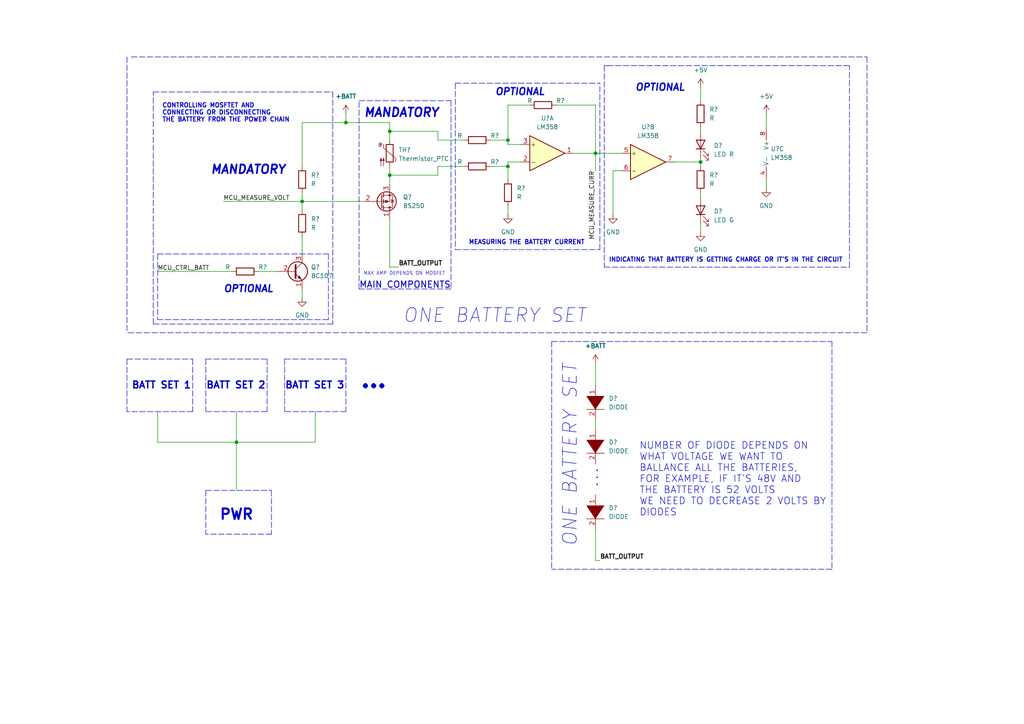
<source format=kicad_sch>
(kicad_sch (version 20211123) (generator eeschema)
  (paper "A4")
  (lib_symbols
    (symbol "Amplifier_Operational:LM358" (pin_names (offset 0.127))
      (property "Reference" "U" (at 0 5.08 0))
      (property "Value" "LM358" (at 0 -5.08 0))
      (symbol "LM358_1_1"
        (polyline (pts (xy -5.08 5.08) (xy 5.08 0) (xy -5.08 -5.08) (xy -5.08 5.08)) (stroke (width 0.254)) (fill (type background)))
        (pin output line (at 7.62 0 180) (length 2.54) (name "~") (number "1"))
        (pin input line (at -7.62 -2.54 0) (length 2.54) (name "-") (number "2"))
        (pin input line (at -7.62 2.54 0) (length 2.54) (name "+") (number "3"))
      )
      (symbol "LM358_2_1"
        (polyline (pts (xy -5.08 5.08) (xy 5.08 0) (xy -5.08 -5.08) (xy -5.08 5.08)) (stroke (width 0.254)) (fill (type background)))
        (pin input line (at -7.62 2.54 0) (length 2.54) (name "+") (number "5"))
        (pin input line (at -7.62 -2.54 0) (length 2.54) (name "-") (number "6"))
        (pin output line (at 7.62 0 180) (length 2.54) (name "~") (number "7"))
      )
      (symbol "LM358_3_1"
        (pin power_in line (at -2.54 -7.62 90) (length 3.81) (name "V-") (number "4"))
        (pin power_in line (at -2.54 7.62 270) (length 3.81) (name "V+") (number "8"))
      )
    )
    (symbol "Device:LED" (pin_numbers hide) (pin_names (offset 1.016) hide)
      (property "Reference" "D" (at 0 2.54 0))
      (property "Value" "LED" (at 0 -2.54 0))
      (symbol "LED_0_1"
        (polyline (pts (xy -1.27 -1.27) (xy -1.27 1.27)) (stroke (width 0.254)))
        (polyline (pts (xy -1.27 0) (xy 1.27 0)))
        (polyline (pts (xy 1.27 -1.27) (xy 1.27 1.27) (xy -1.27 0) (xy 1.27 -1.27)) (stroke (width 0.254)))
        (polyline (pts (xy -3.048 -0.762) (xy -4.572 -2.286) (xy -3.81 -2.286) (xy -4.572 -2.286) (xy -4.572 -1.524)))
        (polyline (pts (xy -1.778 -0.762) (xy -3.302 -2.286) (xy -2.54 -2.286) (xy -3.302 -2.286) (xy -3.302 -1.524)))
      )
      (symbol "LED_1_1"
        (pin passive line (at -3.81 0 0) (length 2.54) (name "K") (number "1"))
        (pin passive line (at 3.81 0 180) (length 2.54) (name "A") (number "2"))
      )
    )
    (symbol "Device:R" (pin_numbers hide) (pin_names (offset 0))
      (property "Reference" "R" (at 2.032 0 90))
      (property "Value" "R" (at 0 0 90))
      (symbol "R_0_1"
        (rectangle (start -1.016 -2.54) (end 1.016 2.54) (stroke (width 0.254)))
      )
      (symbol "R_1_1"
        (pin passive line (at 0 3.81 270) (length 1.27) (name "~") (number "1"))
        (pin passive line (at 0 -3.81 90) (length 1.27) (name "~") (number "2"))
      )
    )
    (symbol "Device:Thermistor_PTC" (pin_numbers hide) (pin_names (offset 0))
      (property "Reference" "TH" (at -4.064 0 90))
      (property "Value" "Thermistor_PTC" (at 3.048 0 90))
      (symbol "Thermistor_PTC_0_1"
        (arc (start -3.048 2.159) (mid -3.0495 2.3143) (end -3.175 2.413))
        (arc (start -3.048 2.159) (mid -2.9736 1.9794) (end -2.794 1.905))
        (arc (start -3.048 2.794) (mid -2.9736 2.6144) (end -2.794 2.54))
        (arc (start -2.794 1.905) (mid -2.6144 1.9794) (end -2.54 2.159))
        (arc (start -2.794 2.54) (mid -2.4393 2.5587) (end -2.159 2.794))
        (arc (start -2.794 3.048) (mid -2.9736 2.9736) (end -3.048 2.794))
        (arc (start -2.54 2.794) (mid -2.6144 2.9736) (end -2.794 3.048))
        (rectangle (start -1.016 2.54) (end 1.016 -2.54) (stroke (width 0.254)))
        (polyline (pts (xy -2.54 2.159) (xy -2.54 2.794)))
        (polyline (pts (xy -1.778 2.54) (xy -1.778 1.524) (xy 1.778 -1.524) (xy 1.778 -2.54)))
        (polyline (pts (xy -2.54 -3.683) (xy -2.54 -1.397) (xy -2.794 -2.159) (xy -2.286 -2.159) (xy -2.54 -1.397) (xy -2.54 -1.651)) (fill (type outline)))
        (polyline (pts (xy -1.778 -3.683) (xy -1.778 -1.397) (xy -2.032 -2.159) (xy -1.524 -2.159) (xy -1.778 -1.397) (xy -1.778 -1.651)) (fill (type outline)))
      )
      (symbol "Thermistor_PTC_1_1"
        (pin passive line (at 0 3.81 270) (length 1.27) (name "~") (number "1"))
        (pin passive line (at 0 -3.81 90) (length 1.27) (name "~") (number "2"))
      )
    )
    (symbol "Transistor_BJT:BC107" (pin_names (offset 0) hide)
      (property "Reference" "Q" (at 5.08 1.905 0))
      (property "Value" "BC107" (at 5.08 0 0))
      (symbol "BC107_0_1"
        (polyline (pts (xy 0.635 0.635) (xy 2.54 2.54)))
        (polyline (pts (xy 0.635 -0.635) (xy 2.54 -2.54) (xy 2.54 -2.54)))
        (polyline (pts (xy 0.635 1.905) (xy 0.635 -1.905) (xy 0.635 -1.905)) (stroke (width 0.508)))
        (polyline (pts (xy 1.27 -1.778) (xy 1.778 -1.27) (xy 2.286 -2.286) (xy 1.27 -1.778) (xy 1.27 -1.778)) (fill (type outline)))
        (circle (center 1.27 0) (radius 2.8194) (stroke (width 0.254)))
      )
      (symbol "BC107_1_1"
        (pin passive line (at 2.54 -5.08 90) (length 2.54) (name "E") (number "1"))
        (pin input line (at -5.08 0 0) (length 5.715) (name "B") (number "2"))
        (pin passive line (at 2.54 5.08 270) (length 2.54) (name "C") (number "3"))
      )
    )
    (symbol "Transistor_FET:BS250" (pin_names hide)
      (property "Reference" "Q" (at 5.08 1.905 0))
      (property "Value" "BS250" (at 5.08 0 0))
      (symbol "BS250_0_1"
        (polyline (pts (xy 0.254 0) (xy -2.54 0)))
        (polyline (pts (xy 0.254 1.905) (xy 0.254 -1.905)) (stroke (width 0.254)))
        (polyline (pts (xy 0.762 -1.27) (xy 0.762 -2.286)) (stroke (width 0.254)))
        (polyline (pts (xy 0.762 0.508) (xy 0.762 -0.508)) (stroke (width 0.254)))
        (polyline (pts (xy 0.762 2.286) (xy 0.762 1.27)) (stroke (width 0.254)))
        (polyline (pts (xy 2.54 2.54) (xy 2.54 1.778)))
        (polyline (pts (xy 2.54 -2.54) (xy 2.54 0) (xy 0.762 0)))
        (polyline (pts (xy 0.762 1.778) (xy 3.302 1.778) (xy 3.302 -1.778) (xy 0.762 -1.778)))
        (polyline (pts (xy 2.286 0) (xy 1.27 0.381) (xy 1.27 -0.381) (xy 2.286 0)) (fill (type outline)))
        (polyline (pts (xy 2.794 -0.508) (xy 2.921 -0.381) (xy 3.683 -0.381) (xy 3.81 -0.254)))
        (polyline (pts (xy 3.302 -0.381) (xy 2.921 0.254) (xy 3.683 0.254) (xy 3.302 -0.381)))
        (circle (center 1.651 0) (radius 2.794) (stroke (width 0.254)))
        (circle (center 2.54 -1.778) (radius 0.254) (fill (type outline)))
        (circle (center 2.54 1.778) (radius 0.254) (fill (type outline)))
      )
      (symbol "BS250_1_1"
        (pin passive line (at 2.54 5.08 270) (length 2.54) (name "D") (number "1"))
        (pin input line (at -5.08 0 0) (length 2.54) (name "G") (number "2"))
        (pin passive line (at 2.54 -5.08 90) (length 2.54) (name "S") (number "3"))
      )
    )
    (symbol "power:+5V" (power) (pin_names (offset 0))
      (property "Value" "+5V" (at 0 3.556 0))
      (symbol "+5V_0_1"
        (polyline (pts (xy -0.762 1.27) (xy 0 2.54)))
        (polyline (pts (xy 0 0) (xy 0 2.54)))
        (polyline (pts (xy 0 2.54) (xy 0.762 1.27)))
      )
      (symbol "+5V_1_1"
        (pin power_in line (at 0 0 90) (length 0) hide (name "+5V") (number "1"))
      )
    )
    (symbol "power:+BATT" (power) (pin_names (offset 0))
      (property "Value" "+BATT" (at 0 3.556 0))
      (symbol "+BATT_0_1"
        (polyline (pts (xy -0.762 1.27) (xy 0 2.54)))
        (polyline (pts (xy 0 0) (xy 0 2.54)))
        (polyline (pts (xy 0 2.54) (xy 0.762 1.27)))
      )
      (symbol "+BATT_1_1"
        (pin power_in line (at 0 0 90) (length 0) hide (name "+BATT") (number "1"))
      )
    )
    (symbol "power:GND" (power) (pin_names (offset 0))
      (property "Value" "GND" (at 0 -3.81 0))
      (symbol "GND_0_1"
        (polyline (pts (xy 0 0) (xy 0 -1.27) (xy 1.27 -1.27) (xy 0 -2.54) (xy -1.27 -1.27) (xy 0 -1.27)))
      )
      (symbol "GND_1_1"
        (pin power_in line (at 0 0 270) (length 0) hide (name "GND") (number "1"))
      )
    )
    (symbol "pspice:DIODE" (pin_names (offset 1.016) hide)
      (property "Reference" "D" (at 0 3.81 0))
      (property "Value" "DIODE" (at 0 -4.445 0))
      (symbol "DIODE_0_1"
        (polyline (pts (xy 1.905 2.54) (xy 1.905 -2.54)))
        (polyline (pts (xy -1.905 2.54) (xy -1.905 -2.54) (xy 1.905 0)) (fill (type outline)))
      )
      (symbol "DIODE_1_1"
        (pin input line (at -5.08 0 0) (length 3.81) (name "K") (number "1"))
        (pin input line (at 5.08 0 180) (length 3.81) (name "A") (number "2"))
      )
    )
  )
  (junction (at 68.58 128.27))
  (junction (at 147.32 40.64))
  (junction (at 203.2 46.99))
  (junction (at 113.03 38.1))
  (junction (at 147.32 48.26))
  (junction (at 87.63 58.42))
  (junction (at 113.03 50.8))
  (junction (at 100.33 35.56))
  (junction (at 172.72 44.45))
  (wire (pts (xy 147.32 41.91) (xy 151.13 41.91)))
  (polyline (pts (xy 77.47 104.14) (xy 77.47 119.38)))
  (polyline (pts (xy 96.52 93.98) (xy 44.45 93.98)))
  (wire (pts (xy 127 38.1) (xy 113.03 38.1)))
  (wire (pts (xy 127 40.64) (xy 127 38.1)))
  (polyline (pts (xy 82.55 104.14) (xy 82.55 119.38)))
  (polyline (pts (xy 241.3 165.1) (xy 160.02 165.1)))
  (polyline (pts (xy 44.45 26.67) (xy 59.69 26.67)))
  (wire (pts (xy 127 50.8) (xy 113.03 50.8)))
  (wire (pts (xy 68.58 128.27) (xy 68.58 142.24)))
  (wire (pts (xy 195.58 46.99) (xy 203.2 46.99)))
  (polyline (pts (xy 95.25 92.71) (xy 45.72 92.71)))
  (wire (pts (xy 74.93 78.74) (xy 80.01 78.74)))
  (wire (pts (xy 45.72 128.27) (xy 68.58 128.27)))
  (polyline (pts (xy 59.69 104.14) (xy 77.47 104.14)))
  (wire (pts (xy 87.63 68.58) (xy 87.63 73.66)))
  (wire (pts (xy 203.2 46.99) (xy 203.2 48.26)))
  (polyline (pts (xy 55.88 119.38) (xy 36.83 119.38)))
  (wire (pts (xy 68.58 128.27) (xy 91.44 128.27)))
  (wire (pts (xy 161.29 30.48) (xy 172.72 30.48)))
  (polyline (pts (xy 251.46 16.51) (xy 251.46 96.52)))
  (wire (pts (xy 113.03 48.26) (xy 113.03 50.8)))
  (polyline (pts (xy 59.69 142.24) (xy 78.74 142.24)))
  (wire (pts (xy 134.62 40.64) (xy 127 40.64)))
  (polyline (pts (xy 104.14 29.21) (xy 130.81 29.21)))
  (wire (pts (xy 142.24 40.64) (xy 147.32 40.64)))
  (polyline (pts (xy 130.81 83.82) (xy 104.14 83.82)))
  (polyline (pts (xy 44.45 93.98) (xy 44.45 26.67)))
  (wire (pts (xy 113.03 35.56) (xy 113.03 38.1)))
  (wire (pts (xy 113.03 77.47) (xy 115.57 77.47)))
  (polyline (pts (xy 241.3 99.06) (xy 241.3 165.1)))
  (polyline (pts (xy 132.08 24.13) (xy 132.08 72.39)))
  (wire (pts (xy 113.03 38.1) (xy 113.03 40.64)))
  (wire (pts (xy 87.63 58.42) (xy 87.63 60.96)))
  (wire (pts (xy 151.13 46.99) (xy 147.32 46.99)))
  (polyline (pts (xy 176.53 19.05) (xy 175.26 19.05)))
  (wire (pts (xy 203.2 25.4) (xy 203.2 29.21)))
  (wire (pts (xy 100.33 33.02) (xy 100.33 35.56)))
  (polyline (pts (xy 36.83 104.14) (xy 55.88 104.14)))
  (wire (pts (xy 147.32 40.64) (xy 147.32 41.91)))
  (wire (pts (xy 45.72 119.38) (xy 45.72 128.27)))
  (polyline (pts (xy 38.1 16.51) (xy 251.46 16.51)))
  (polyline (pts (xy 104.14 83.82) (xy 104.14 29.21)))
  (polyline (pts (xy 78.74 142.24) (xy 78.74 154.94)))
  (wire (pts (xy 153.67 30.48) (xy 147.32 30.48)))
  (wire (pts (xy 203.2 64.77) (xy 203.2 67.31)))
  (polyline (pts (xy 175.26 77.47) (xy 246.38 77.47)))
  (polyline (pts (xy 45.72 73.66) (xy 45.72 92.71)))
  (wire (pts (xy 45.72 78.74) (xy 67.31 78.74)))
  (wire (pts (xy 87.63 48.26) (xy 87.63 35.56)))
  (wire (pts (xy 64.77 58.42) (xy 87.63 58.42)))
  (wire (pts (xy 87.63 83.82) (xy 87.63 86.36)))
  (polyline (pts (xy 173.99 72.39) (xy 173.99 24.13)))
  (polyline (pts (xy 132.08 24.13) (xy 173.99 24.13)))
  (polyline (pts (xy 59.69 142.24) (xy 59.69 154.94)))
  (wire (pts (xy 172.72 105.41) (xy 172.72 111.76)))
  (wire (pts (xy 147.32 48.26) (xy 147.32 52.07)))
  (polyline (pts (xy 77.47 119.38) (xy 59.69 119.38)))
  (wire (pts (xy 87.63 55.88) (xy 87.63 58.42)))
  (wire (pts (xy 100.33 35.56) (xy 113.03 35.56)))
  (wire (pts (xy 203.2 55.88) (xy 203.2 57.15)))
  (wire (pts (xy 91.44 119.38) (xy 91.44 128.27)))
  (wire (pts (xy 68.58 119.38) (xy 68.58 128.27)))
  (wire (pts (xy 87.63 58.42) (xy 105.41 58.42)))
  (wire (pts (xy 147.32 59.69) (xy 147.32 62.23)))
  (polyline (pts (xy 246.38 19.05) (xy 176.53 19.05)))
  (polyline (pts (xy 160.02 99.06) (xy 160.02 165.1)))
  (wire (pts (xy 177.8 49.53) (xy 180.34 49.53)))
  (wire (pts (xy 147.32 46.99) (xy 147.32 48.26)))
  (wire (pts (xy 127 48.26) (xy 127 50.8)))
  (polyline (pts (xy 100.33 119.38) (xy 82.55 119.38)))
  (polyline (pts (xy 130.81 29.21) (xy 130.81 83.82)))
  (wire (pts (xy 113.03 63.5) (xy 113.03 77.47)))
  (wire (pts (xy 172.72 44.45) (xy 166.37 44.45)))
  (polyline (pts (xy 96.52 26.67) (xy 96.52 93.98)))
  (polyline (pts (xy 246.38 77.47) (xy 246.38 19.05)))
  (polyline (pts (xy 251.46 96.52) (xy 36.83 96.52)))
  (wire (pts (xy 172.72 44.45) (xy 172.72 49.53)))
  (wire (pts (xy 147.32 30.48) (xy 147.32 40.64)))
  (polyline (pts (xy 160.02 99.06) (xy 241.3 99.06)))
  (polyline (pts (xy 55.88 104.14) (xy 55.88 119.38)))
  (polyline (pts (xy 36.83 16.51) (xy 36.83 96.52)))
  (polyline (pts (xy 59.69 104.14) (xy 59.69 119.38)))
  (wire (pts (xy 172.72 44.45) (xy 180.34 44.45)))
  (wire (pts (xy 172.72 121.92) (xy 172.72 124.46)))
  (wire (pts (xy 87.63 35.56) (xy 100.33 35.56)))
  (polyline (pts (xy 82.55 104.14) (xy 100.33 104.14)))
  (polyline (pts (xy 78.74 154.94) (xy 59.69 154.94)))
  (polyline (pts (xy 45.72 73.66) (xy 95.25 73.66)))
  (wire (pts (xy 113.03 50.8) (xy 113.03 53.34)))
  (wire (pts (xy 203.2 45.72) (xy 203.2 46.99)))
  (wire (pts (xy 222.25 33.02) (xy 222.25 36.83)))
  (wire (pts (xy 147.32 48.26) (xy 142.24 48.26)))
  (polyline (pts (xy 100.33 104.14) (xy 100.33 119.38)))
  (wire (pts (xy 172.72 153.67) (xy 172.72 162.56)))
  (polyline (pts (xy 36.83 104.14) (xy 36.83 119.38)))
  (wire (pts (xy 177.8 62.23) (xy 177.8 49.53)))
  (polyline (pts (xy 175.26 19.05) (xy 175.26 77.47)))
  (wire (pts (xy 172.72 162.56) (xy 173.99 162.56)))
  (polyline (pts (xy 132.08 72.39) (xy 173.99 72.39)))
  (polyline (pts (xy 59.69 26.67) (xy 96.52 26.67)))
  (wire (pts (xy 203.2 36.83) (xy 203.2 38.1)))
  (wire (pts (xy 172.72 30.48) (xy 172.72 44.45)))
  (polyline (pts (xy 95.25 73.66) (xy 95.25 92.71)))
  (wire (pts (xy 222.25 52.07) (xy 222.25 54.61)))
  (wire (pts (xy 134.62 48.26) (xy 127 48.26)))
  (text "OPTIONAL" (at 64.77 85.09 0) (effects (font (size 2 2) bold italic) (justify left bottom)))
  (text "PWR" (at 63.5 151.13 0) (effects (font (size 3 3) (thickness 0.6) bold) (justify left bottom)))
  (text "BATT SET 3" (at 82.55 113.03 0) (effects (font (size 2 2) (thickness 0.4) bold) (justify left bottom)))
  (text "OPTIONAL" (at 143.51 27.94 0) (effects (font (size 2 2) bold italic) (justify left bottom)))
  (text "MANDATORY" (at 105.41 34.29 0) (effects (font (size 2.5 2.5) bold italic) (justify left bottom)))
  (text "OPTIONAL" (at 184.15 26.67 0) (effects (font (size 2 2) bold italic) (justify left bottom)))
  (text "BATT SET 1" (at 38.1 113.03 0) (effects (font (size 2 2) (thickness 0.4) bold) (justify left bottom)))
  (text "MAIN COMPONENTS" (at 104.14 83.82 0) (effects (font (size 1.85 1.85) (thickness 0.254) bold) (justify left bottom)))
  (text "NUMBER OF DIODE DEPENDS ON \nWHAT VOLTAGE WE WANT TO \nBALLANCE ALL THE BATTERIES, \nFOR EXAMPLE, IF IT'S 48V AND \nTHE BATTERY IS 52 VOLTS\nWE NEED TO DECREASE 2 VOLTS BY\nDIODES" (at 185.42 149.86 0) (effects (font (size 2 2)) (justify left bottom)))
  (text "..." (at 104.14 113.03 0) (effects (font (size 5 5) (thickness 1) bold) (justify left bottom)))
  (text "MEASURING THE BATTERY CURRENT" (at 135.89 71.12 0) (effects (font (size 1.27 1.27) (thickness 0.254) bold) (justify left bottom)))
  (text "CONTROLLING MOSFTET AND\nCONNECTING OR DISCONNECTING\nTHE BATTERY FROM THE POWER CHAIN" (at 46.99 35.56 0) (effects (font (size 1.27 1.27) (thickness 0.254) bold) (justify left bottom)))
  (text "ONE BATTERY SET" (at 116.84 93.98 0) (effects (font (size 4 4) italic) (justify left bottom)))
  (text "MAX AMP DEPENDS ON MOSFET" (at 105.41 80.01 0) (effects (font (size 1 1) (thickness 0.1) bold) (justify left bottom)))
  (text "ONE BATTERY SET" (at 167.64 105.41 270) (effects (font (size 4 4) italic) (justify right bottom)))
  (text "INDICATING THAT BATTERY IS GETTING CHARGE OR IT'S IN THE CIRCUIT" (at 176.53 76.2 0) (effects (font (size 1.27 1.27) (thickness 0.254) bold) (justify left bottom)))
  (text "BATT SET 2" (at 59.69 113.03 0) (effects (font (size 2 2) (thickness 0.4) bold) (justify left bottom)))
  (text ".\n.\n." (at 172.72 140.97 0) (effects (font (size 1.27 1.27) bold) (justify left bottom)))
  (text "MANDATORY" (at 60.96 50.8 0) (effects (font (size 2.5 2.5) bold italic) (justify left bottom)))
  (label "MCU_MEASURE_VOLT" (at 64.77 58.42 0))
  (label "MCU_MEASURE_CURR" (at 172.72 49.53 270))
  (label "BATT_OUTPUT" (at 115.57 77.47 0) (effects (font (thickness 0.254) bold)))
  (label "MCU_CTRL_BATT" (at 45.72 78.74 0))
  (label "BATT_OUTPUT" (at 173.99 162.56 0) (effects (font (thickness 0.254) bold)))
  (symbol (lib_id "pspice:DIODE") (at 172.72 116.84 270) (unit 1)
    (property "Reference" "D?" (at 176.53 115.5699 90) (effects (justify left)))
    (property "Value" "DIODE" (at 176.53 118.1099 90) (effects (justify left)))
  )
  (symbol (lib_id "Device:LED") (at 203.2 41.91 90) (unit 1)
    (property "Reference" "D?" (at 207.01 42.2274 90) (effects (justify right)))
    (property "Value" "LED R" (at 207.01 44.7674 90) (effects (justify right)))
  )
  (symbol (lib_id "Amplifier_Operational:LM358") (at 224.79 44.45 0) (unit 3)
    (property "Reference" "U?" (at 223.52 43.1799 0) (effects (justify left)))
    (property "Value" "LM358" (at 223.52 45.7199 0) (effects (justify left)))
    (property "Datasheet" "http://www.ti.com/lit/ds/symlink/lm2904-n.pdf" (effects hide))
  )
  (symbol (lib_id "Device:Thermistor_PTC") (at 113.03 44.45 0) (unit 1)
    (property "Reference" "TH?" (at 115.57 43.4974 0) (effects (justify left)))
    (property "Value" "Thermistor_PTC" (at 115.57 46.0374 0) (effects (justify left)))
  )
  (symbol (lib_id "Device:R") (at 71.12 78.74 90) (unit 1)
    (property "Reference" "R?" (at 76.2 77.47 90))
    (property "Value" "R" (at 66.04 77.47 90))
  )
  (symbol (lib_id "Device:R") (at 138.43 48.26 90) (unit 1)
    (property "Reference" "R?" (at 143.51 46.99 90))
    (property "Value" "R" (at 133.35 46.99 90))
  )
  (symbol (lib_id "Device:R") (at 203.2 52.07 0) (unit 1)
    (property "Reference" "R?" (at 205.74 50.7999 0) (effects (justify left)))
    (property "Value" "R" (at 205.74 53.3399 0) (effects (justify left)))
  )
  (symbol (lib_id "pspice:DIODE") (at 172.72 129.54 270) (unit 1)
    (property "Reference" "D?" (at 176.53 128.2699 90) (effects (justify left)))
    (property "Value" "DIODE" (at 176.53 130.8099 90) (effects (justify left)))
  )
  (symbol (lib_id "power:GND") (at 177.8 62.23 0) (unit 1)
    (property "Reference" "#PWR?" (effects hide))
    (property "Value" "GND" (at 177.8 67.31 0))
  )
  (symbol (lib_id "Amplifier_Operational:LM358") (at 187.96 46.99 0) (unit 2)
    (property "Reference" "U?" (at 187.96 36.83 0))
    (property "Value" "LM358" (at 187.96 39.37 0))
    (property "Datasheet" "http://www.ti.com/lit/ds/symlink/lm2904-n.pdf" (effects hide))
  )
  (symbol (lib_id "power:+5V") (at 222.25 33.02 0) (unit 1)
    (property "Reference" "#PWR?" (effects hide))
    (property "Value" "+5V" (at 222.25 27.94 0))
  )
  (symbol (lib_id "power:GND") (at 87.63 86.36 0) (unit 1)
    (property "Reference" "#PWR?" (effects hide))
    (property "Value" "GND" (at 87.63 91.44 0))
  )
  (symbol (lib_id "power:GND") (at 203.2 67.31 0) (unit 1)
    (property "Reference" "#PWR?" (effects hide))
    (property "Value" "GND" (at 203.2 72.39 0))
  )
  (symbol (lib_id "power:+BATT") (at 172.72 105.41 0) (unit 1)
    (property "Reference" "#PWR?" (effects hide))
    (property "Value" "+BATT" (at 172.72 100.33 0) (effects (font bold)))
  )
  (symbol (lib_id "Device:R") (at 138.43 40.64 270) (unit 1)
    (property "Reference" "R?" (at 143.51 39.37 90))
    (property "Value" "R" (at 133.35 39.37 90))
  )
  (symbol (lib_id "Transistor_FET:BS250") (at 110.49 58.42 0) (mirror x) (unit 1)
    (property "Reference" "Q?" (at 116.84 57.1499 0) (effects (justify left)))
    (property "Value" "BS250" (at 116.84 59.6899 0) (effects (justify left)))
    (property "Footprint" "Package_TO_SOT_THT:TO-92_Inline" (effects hide))
    (property "Datasheet" "http://www.vishay.com/docs/70209/70209.pdf" (effects hide))
  )
  (symbol (lib_id "Device:R") (at 87.63 64.77 0) (unit 1)
    (property "Reference" "R?" (at 90.17 63.4999 0) (effects (justify left)))
    (property "Value" "R" (at 90.17 66.0399 0) (effects (justify left)))
  )
  (symbol (lib_id "Device:R") (at 87.63 52.07 0) (unit 1)
    (property "Reference" "R?" (at 90.17 50.7999 0) (effects (justify left)))
    (property "Value" "R" (at 90.17 53.3399 0) (effects (justify left)))
  )
  (symbol (lib_id "Device:LED") (at 203.2 60.96 90) (unit 1)
    (property "Reference" "D?" (at 207.01 61.2774 90) (effects (justify right)))
    (property "Value" "LED G" (at 207.01 63.8174 90) (effects (justify right)))
  )
  (symbol (lib_id "Transistor_BJT:BC107") (at 85.09 78.74 0) (unit 1)
    (property "Reference" "Q?" (at 90.17 77.4699 0) (effects (justify left)))
    (property "Value" "BC107" (at 90.17 80.0099 0) (effects (justify left)))
    (property "Footprint" "Package_TO_SOT_THT:TO-18-3" (effects hide))
    (property "Datasheet" "http://www.b-kainka.de/Daten/Transistor/BC108.pdf" (effects hide))
  )
  (symbol (lib_id "Device:R") (at 157.48 30.48 90) (unit 1)
    (property "Reference" "R?" (at 162.56 29.21 90))
    (property "Value" "R" (at 153.67 29.21 90))
  )
  (symbol (lib_id "Amplifier_Operational:LM358") (at 158.75 44.45 0) (unit 1)
    (property "Reference" "U?" (at 158.75 34.29 0))
    (property "Value" "LM358" (at 158.75 36.83 0))
    (property "Datasheet" "http://www.ti.com/lit/ds/symlink/lm2904-n.pdf" (effects hide))
  )
  (symbol (lib_id "power:+BATT") (at 100.33 33.02 0) (unit 1)
    (property "Reference" "#PWR?" (effects hide))
    (property "Value" "+BATT" (at 100.33 27.94 0) (effects (font bold)))
  )
  (symbol (lib_id "power:GND") (at 147.32 62.23 0) (unit 1)
    (property "Reference" "#PWR?" (effects hide))
    (property "Value" "GND" (at 147.32 67.31 0))
  )
  (symbol (lib_id "Device:R") (at 203.2 33.02 0) (unit 1)
    (property "Reference" "R?" (at 205.74 31.7499 0) (effects (justify left)))
    (property "Value" "R" (at 205.74 34.2899 0) (effects (justify left)))
  )
  (symbol (lib_id "power:GND") (at 222.25 54.61 0) (unit 1)
    (property "Reference" "#PWR?" (effects hide))
    (property "Value" "GND" (at 222.25 59.69 0))
  )
  (symbol (lib_id "Device:R") (at 147.32 55.88 0) (unit 1)
    (property "Reference" "R?" (at 149.86 54.6099 0) (effects (justify left)))
    (property "Value" "R" (at 149.86 57.1499 0) (effects (justify left)))
  )
  (symbol (lib_id "pspice:DIODE") (at 172.72 148.59 270) (unit 1)
    (property "Reference" "D?" (at 176.53 147.3199 90) (effects (justify left)))
    (property "Value" "DIODE" (at 176.53 149.8599 90) (effects (justify left)))
  )
  (symbol (lib_id "power:+5V") (at 203.2 25.4 0) (unit 1)
    (property "Reference" "#PWR?" (effects hide))
    (property "Value" "+5V" (at 203.2 20.32 0))
  )
)
</source>
